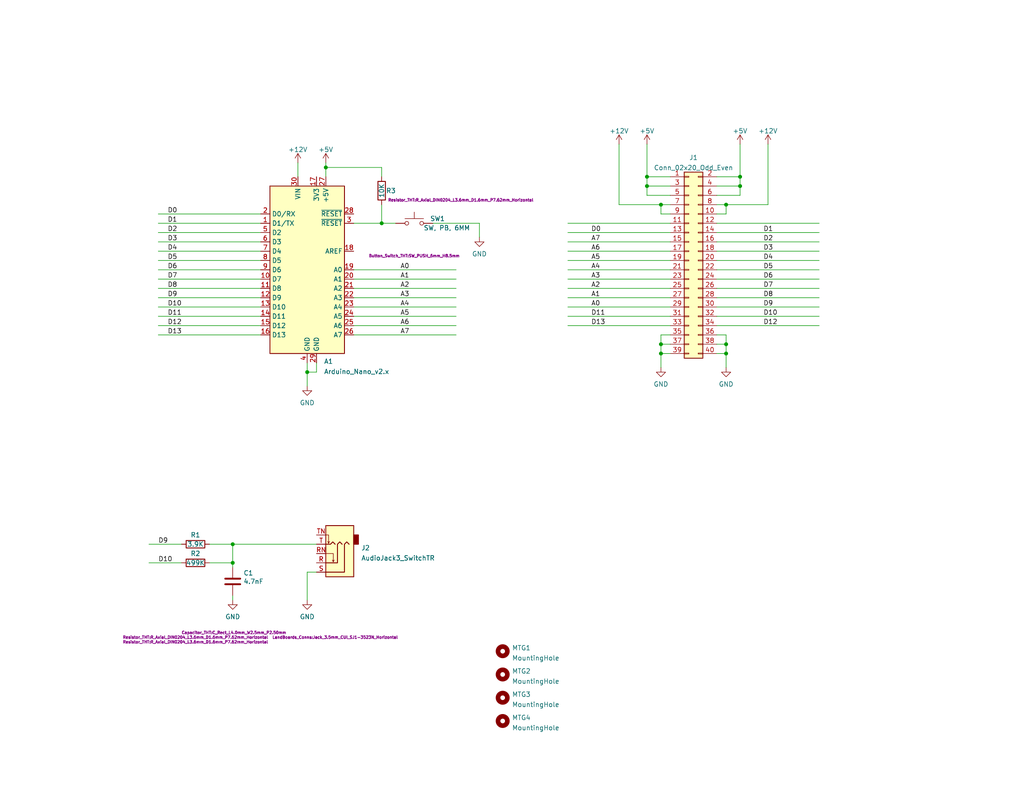
<source format=kicad_sch>
(kicad_sch (version 20211123) (generator eeschema)
  (paper "A")
  (title_block (date "2022-10-03") (rev "1"))
  (lib_symbols
    (symbol "Connector:AudioJack3_SwitchTR"
      (property "Reference" "J" (at 0 8.89 0))
      (property "Value" "AudioJack3_SwitchTR" (at 0 6.35 0))
      (symbol "AudioJack3_SwitchTR_0_1"
        (rectangle (start -5.08 -5.08) (end -6.35 -7.62) (stroke (width 0.254)) (fill (type outline)))
        (polyline (pts (xy 0.508 -0.254) (xy 0.762 -0.762)))
        (polyline (pts (xy 1.778 -5.334) (xy 2.032 -5.842)))
        (polyline (pts (xy 0 -5.08) (xy 0.635 -5.715) (xy 1.27 -5.08) (xy 2.54 -5.08)) (stroke (width 0.254)))
        (polyline (pts (xy 2.54 -7.62) (xy 1.778 -7.62) (xy 1.778 -5.334) (xy 1.524 -5.842)))
        (polyline (pts (xy 2.54 -2.54) (xy 0.508 -2.54) (xy 0.508 -0.254) (xy 0.254 -0.762)))
        (polyline (pts (xy -1.905 -5.08) (xy -1.27 -5.715) (xy -0.635 -5.08) (xy -0.635 0) (xy 2.54 0)) (stroke (width 0.254)))
        (polyline (pts (xy 2.54 2.54) (xy -2.54 2.54) (xy -2.54 -5.08) (xy -3.175 -5.715) (xy -3.81 -5.08)) (stroke (width 0.254)))
        (rectangle (start 2.54 3.81) (end -5.08 -10.16) (stroke (width 0.254)) (fill (type background)))
      )
      (symbol "AudioJack3_SwitchTR_1_1"
        (pin passive line (at 5.08 0 180) (length 2.54) (name "~") (number "R"))
        (pin passive line (at 5.08 -2.54 180) (length 2.54) (name "~") (number "RN"))
        (pin passive line (at 5.08 2.54 180) (length 2.54) (name "~") (number "S"))
        (pin passive line (at 5.08 -5.08 180) (length 2.54) (name "~") (number "T"))
        (pin passive line (at 5.08 -7.62 180) (length 2.54) (name "~") (number "TN"))
      )
    )
    (symbol "Connector_Generic:Conn_02x20_Odd_Even" (pin_names (offset 1.016) hide)
      (property "Reference" "J" (at 1.27 25.4 0))
      (property "Value" "Conn_02x20_Odd_Even" (at 1.27 -27.94 0))
      (symbol "Conn_02x20_Odd_Even_1_1"
        (rectangle (start -1.27 -25.273) (end 0 -25.527) (stroke (width 0.1524)))
        (rectangle (start -1.27 -22.733) (end 0 -22.987) (stroke (width 0.1524)))
        (rectangle (start -1.27 -20.193) (end 0 -20.447) (stroke (width 0.1524)))
        (rectangle (start -1.27 -17.653) (end 0 -17.907) (stroke (width 0.1524)))
        (rectangle (start -1.27 -15.113) (end 0 -15.367) (stroke (width 0.1524)))
        (rectangle (start -1.27 -12.573) (end 0 -12.827) (stroke (width 0.1524)))
        (rectangle (start -1.27 -10.033) (end 0 -10.287) (stroke (width 0.1524)))
        (rectangle (start -1.27 -7.493) (end 0 -7.747) (stroke (width 0.1524)))
        (rectangle (start -1.27 -4.953) (end 0 -5.207) (stroke (width 0.1524)))
        (rectangle (start -1.27 -2.413) (end 0 -2.667) (stroke (width 0.1524)))
        (rectangle (start -1.27 0.127) (end 0 -0.127) (stroke (width 0.1524)))
        (rectangle (start -1.27 2.667) (end 0 2.413) (stroke (width 0.1524)))
        (rectangle (start -1.27 5.207) (end 0 4.953) (stroke (width 0.1524)))
        (rectangle (start -1.27 7.747) (end 0 7.493) (stroke (width 0.1524)))
        (rectangle (start -1.27 10.287) (end 0 10.033) (stroke (width 0.1524)))
        (rectangle (start -1.27 12.827) (end 0 12.573) (stroke (width 0.1524)))
        (rectangle (start -1.27 15.367) (end 0 15.113) (stroke (width 0.1524)))
        (rectangle (start -1.27 17.907) (end 0 17.653) (stroke (width 0.1524)))
        (rectangle (start -1.27 20.447) (end 0 20.193) (stroke (width 0.1524)))
        (rectangle (start -1.27 22.987) (end 0 22.733) (stroke (width 0.1524)))
        (rectangle (start -1.27 24.13) (end 3.81 -26.67) (stroke (width 0.254)) (fill (type background)))
        (rectangle (start 3.81 -25.273) (end 2.54 -25.527) (stroke (width 0.1524)))
        (rectangle (start 3.81 -22.733) (end 2.54 -22.987) (stroke (width 0.1524)))
        (rectangle (start 3.81 -20.193) (end 2.54 -20.447) (stroke (width 0.1524)))
        (rectangle (start 3.81 -17.653) (end 2.54 -17.907) (stroke (width 0.1524)))
        (rectangle (start 3.81 -15.113) (end 2.54 -15.367) (stroke (width 0.1524)))
        (rectangle (start 3.81 -12.573) (end 2.54 -12.827) (stroke (width 0.1524)))
        (rectangle (start 3.81 -10.033) (end 2.54 -10.287) (stroke (width 0.1524)))
        (rectangle (start 3.81 -7.493) (end 2.54 -7.747) (stroke (width 0.1524)))
        (rectangle (start 3.81 -4.953) (end 2.54 -5.207) (stroke (width 0.1524)))
        (rectangle (start 3.81 -2.413) (end 2.54 -2.667) (stroke (width 0.1524)))
        (rectangle (start 3.81 0.127) (end 2.54 -0.127) (stroke (width 0.1524)))
        (rectangle (start 3.81 2.667) (end 2.54 2.413) (stroke (width 0.1524)))
        (rectangle (start 3.81 5.207) (end 2.54 4.953) (stroke (width 0.1524)))
        (rectangle (start 3.81 7.747) (end 2.54 7.493) (stroke (width 0.1524)))
        (rectangle (start 3.81 10.287) (end 2.54 10.033) (stroke (width 0.1524)))
        (rectangle (start 3.81 12.827) (end 2.54 12.573) (stroke (width 0.1524)))
        (rectangle (start 3.81 15.367) (end 2.54 15.113) (stroke (width 0.1524)))
        (rectangle (start 3.81 17.907) (end 2.54 17.653) (stroke (width 0.1524)))
        (rectangle (start 3.81 20.447) (end 2.54 20.193) (stroke (width 0.1524)))
        (rectangle (start 3.81 22.987) (end 2.54 22.733) (stroke (width 0.1524)))
        (pin passive line (at -5.08 22.86 0) (length 3.81) (name "Pin_1") (number "1"))
        (pin passive line (at 7.62 12.7 180) (length 3.81) (name "Pin_10") (number "10"))
        (pin passive line (at -5.08 10.16 0) (length 3.81) (name "Pin_11") (number "11"))
        (pin passive line (at 7.62 10.16 180) (length 3.81) (name "Pin_12") (number "12"))
        (pin passive line (at -5.08 7.62 0) (length 3.81) (name "Pin_13") (number "13"))
        (pin passive line (at 7.62 7.62 180) (length 3.81) (name "Pin_14") (number "14"))
        (pin passive line (at -5.08 5.08 0) (length 3.81) (name "Pin_15") (number "15"))
        (pin passive line (at 7.62 5.08 180) (length 3.81) (name "Pin_16") (number "16"))
        (pin passive line (at -5.08 2.54 0) (length 3.81) (name "Pin_17") (number "17"))
        (pin passive line (at 7.62 2.54 180) (length 3.81) (name "Pin_18") (number "18"))
        (pin passive line (at -5.08 0 0) (length 3.81) (name "Pin_19") (number "19"))
        (pin passive line (at 7.62 22.86 180) (length 3.81) (name "Pin_2") (number "2"))
        (pin passive line (at 7.62 0 180) (length 3.81) (name "Pin_20") (number "20"))
        (pin passive line (at -5.08 -2.54 0) (length 3.81) (name "Pin_21") (number "21"))
        (pin passive line (at 7.62 -2.54 180) (length 3.81) (name "Pin_22") (number "22"))
        (pin passive line (at -5.08 -5.08 0) (length 3.81) (name "Pin_23") (number "23"))
        (pin passive line (at 7.62 -5.08 180) (length 3.81) (name "Pin_24") (number "24"))
        (pin passive line (at -5.08 -7.62 0) (length 3.81) (name "Pin_25") (number "25"))
        (pin passive line (at 7.62 -7.62 180) (length 3.81) (name "Pin_26") (number "26"))
        (pin passive line (at -5.08 -10.16 0) (length 3.81) (name "Pin_27") (number "27"))
        (pin passive line (at 7.62 -10.16 180) (length 3.81) (name "Pin_28") (number "28"))
        (pin passive line (at -5.08 -12.7 0) (length 3.81) (name "Pin_29") (number "29"))
        (pin passive line (at -5.08 20.32 0) (length 3.81) (name "Pin_3") (number "3"))
        (pin passive line (at 7.62 -12.7 180) (length 3.81) (name "Pin_30") (number "30"))
        (pin passive line (at -5.08 -15.24 0) (length 3.81) (name "Pin_31") (number "31"))
        (pin passive line (at 7.62 -15.24 180) (length 3.81) (name "Pin_32") (number "32"))
        (pin passive line (at -5.08 -17.78 0) (length 3.81) (name "Pin_33") (number "33"))
        (pin passive line (at 7.62 -17.78 180) (length 3.81) (name "Pin_34") (number "34"))
        (pin passive line (at -5.08 -20.32 0) (length 3.81) (name "Pin_35") (number "35"))
        (pin passive line (at 7.62 -20.32 180) (length 3.81) (name "Pin_36") (number "36"))
        (pin passive line (at -5.08 -22.86 0) (length 3.81) (name "Pin_37") (number "37"))
        (pin passive line (at 7.62 -22.86 180) (length 3.81) (name "Pin_38") (number "38"))
        (pin passive line (at -5.08 -25.4 0) (length 3.81) (name "Pin_39") (number "39"))
        (pin passive line (at 7.62 20.32 180) (length 3.81) (name "Pin_4") (number "4"))
        (pin passive line (at 7.62 -25.4 180) (length 3.81) (name "Pin_40") (number "40"))
        (pin passive line (at -5.08 17.78 0) (length 3.81) (name "Pin_5") (number "5"))
        (pin passive line (at 7.62 17.78 180) (length 3.81) (name "Pin_6") (number "6"))
        (pin passive line (at -5.08 15.24 0) (length 3.81) (name "Pin_7") (number "7"))
        (pin passive line (at 7.62 15.24 180) (length 3.81) (name "Pin_8") (number "8"))
        (pin passive line (at -5.08 12.7 0) (length 3.81) (name "Pin_9") (number "9"))
      )
    )
    (symbol "Device:C" (pin_numbers hide) (pin_names (offset 0.254))
      (property "Reference" "C" (at 0.635 2.54 0))
      (property "Value" "C" (at 0.635 -2.54 0))
      (symbol "C_0_1"
        (polyline (pts (xy -2.032 -0.762) (xy 2.032 -0.762)) (stroke (width 0.508)))
        (polyline (pts (xy -2.032 0.762) (xy 2.032 0.762)) (stroke (width 0.508)))
      )
      (symbol "C_1_1"
        (pin passive line (at 0 3.81 270) (length 2.794) (name "~") (number "1"))
        (pin passive line (at 0 -3.81 90) (length 2.794) (name "~") (number "2"))
      )
    )
    (symbol "Device:R" (pin_numbers hide) (pin_names (offset 0))
      (property "Reference" "R" (at 2.032 0 90))
      (property "Value" "R" (at 0 0 90))
      (symbol "R_0_1"
        (rectangle (start -1.016 -2.54) (end 1.016 2.54) (stroke (width 0.254)))
      )
      (symbol "R_1_1"
        (pin passive line (at 0 3.81 270) (length 1.27) (name "~") (number "1"))
        (pin passive line (at 0 -3.81 90) (length 1.27) (name "~") (number "2"))
      )
    )
    (symbol "MCU_Module:Arduino_Nano_v2.x"
      (property "Reference" "A" (at -10.16 23.495 0))
      (property "Value" "Arduino_Nano_v2.x" (at 5.08 -24.13 0))
      (symbol "Arduino_Nano_v2.x_0_1"
        (rectangle (start -10.16 22.86) (end 10.16 -22.86) (stroke (width 0.254)) (fill (type background)))
      )
      (symbol "Arduino_Nano_v2.x_1_1"
        (pin bidirectional line (at -12.7 12.7 0) (length 2.54) (name "D1/TX") (number "1"))
        (pin bidirectional line (at -12.7 -2.54 0) (length 2.54) (name "D7") (number "10"))
        (pin bidirectional line (at -12.7 -5.08 0) (length 2.54) (name "D8") (number "11"))
        (pin bidirectional line (at -12.7 -7.62 0) (length 2.54) (name "D9") (number "12"))
        (pin bidirectional line (at -12.7 -10.16 0) (length 2.54) (name "D10") (number "13"))
        (pin bidirectional line (at -12.7 -12.7 0) (length 2.54) (name "D11") (number "14"))
        (pin bidirectional line (at -12.7 -15.24 0) (length 2.54) (name "D12") (number "15"))
        (pin bidirectional line (at -12.7 -17.78 0) (length 2.54) (name "D13") (number "16"))
        (pin power_out line (at 2.54 25.4 270) (length 2.54) (name "3V3") (number "17"))
        (pin input line (at 12.7 5.08 180) (length 2.54) (name "AREF") (number "18"))
        (pin bidirectional line (at 12.7 0 180) (length 2.54) (name "A0") (number "19"))
        (pin bidirectional line (at -12.7 15.24 0) (length 2.54) (name "D0/RX") (number "2"))
        (pin bidirectional line (at 12.7 -2.54 180) (length 2.54) (name "A1") (number "20"))
        (pin bidirectional line (at 12.7 -5.08 180) (length 2.54) (name "A2") (number "21"))
        (pin bidirectional line (at 12.7 -7.62 180) (length 2.54) (name "A3") (number "22"))
        (pin bidirectional line (at 12.7 -10.16 180) (length 2.54) (name "A4") (number "23"))
        (pin bidirectional line (at 12.7 -12.7 180) (length 2.54) (name "A5") (number "24"))
        (pin bidirectional line (at 12.7 -15.24 180) (length 2.54) (name "A6") (number "25"))
        (pin bidirectional line (at 12.7 -17.78 180) (length 2.54) (name "A7") (number "26"))
        (pin power_out line (at 5.08 25.4 270) (length 2.54) (name "+5V") (number "27"))
        (pin input line (at 12.7 15.24 180) (length 2.54) (name "~{RESET}") (number "28"))
        (pin power_in line (at 2.54 -25.4 90) (length 2.54) (name "GND") (number "29"))
        (pin input line (at 12.7 12.7 180) (length 2.54) (name "~{RESET}") (number "3"))
        (pin power_in line (at -2.54 25.4 270) (length 2.54) (name "VIN") (number "30"))
        (pin power_in line (at 0 -25.4 90) (length 2.54) (name "GND") (number "4"))
        (pin bidirectional line (at -12.7 10.16 0) (length 2.54) (name "D2") (number "5"))
        (pin bidirectional line (at -12.7 7.62 0) (length 2.54) (name "D3") (number "6"))
        (pin bidirectional line (at -12.7 5.08 0) (length 2.54) (name "D4") (number "7"))
        (pin bidirectional line (at -12.7 2.54 0) (length 2.54) (name "D5") (number "8"))
        (pin bidirectional line (at -12.7 0 0) (length 2.54) (name "D6") (number "9"))
      )
    )
    (symbol "Mechanical:MountingHole" (pin_names (offset 1.016))
      (property "Reference" "H" (at 0 5.08 0))
      (property "Value" "MountingHole" (at 0 3.175 0))
      (symbol "MountingHole_0_1"
        (circle (center 0 0) (radius 1.27) (stroke (width 1.27)))
      )
    )
    (symbol "Switch:SW_Push" (pin_numbers hide) (pin_names (offset 1.016) hide)
      (property "Reference" "SW" (at 1.27 2.54 0))
      (property "Value" "SW_Push" (at 0 -1.524 0))
      (symbol "SW_Push_0_1"
        (circle (center -2.032 0) (radius 0.508))
        (polyline (pts (xy 0 1.27) (xy 0 3.048)))
        (polyline (pts (xy 2.54 1.27) (xy -2.54 1.27)))
        (circle (center 2.032 0) (radius 0.508))
        (pin passive line (at -5.08 0 0) (length 2.54) (name "1") (number "1"))
        (pin passive line (at 5.08 0 180) (length 2.54) (name "2") (number "2"))
      )
    )
    (symbol "power:+12V" (power) (pin_names (offset 0))
      (property "Value" "+12V" (at 0 3.556 0))
      (symbol "+12V_0_1"
        (polyline (pts (xy -0.762 1.27) (xy 0 2.54)))
        (polyline (pts (xy 0 0) (xy 0 2.54)))
        (polyline (pts (xy 0 2.54) (xy 0.762 1.27)))
      )
      (symbol "+12V_1_1"
        (pin power_in line (at 0 0 90) (length 0) hide (name "+12V") (number "1"))
      )
    )
    (symbol "power:+5V" (power) (pin_names (offset 0))
      (property "Value" "+5V" (at 0 3.556 0))
      (symbol "+5V_0_1"
        (polyline (pts (xy -0.762 1.27) (xy 0 2.54)))
        (polyline (pts (xy 0 0) (xy 0 2.54)))
        (polyline (pts (xy 0 2.54) (xy 0.762 1.27)))
      )
      (symbol "+5V_1_1"
        (pin power_in line (at 0 0 90) (length 0) hide (name "+5V") (number "1"))
      )
    )
    (symbol "power:GND" (power) (pin_names (offset 0))
      (property "Value" "GND" (at 0 -3.81 0))
      (symbol "GND_0_1"
        (polyline (pts (xy 0 0) (xy 0 -1.27) (xy 1.27 -1.27) (xy 0 -2.54) (xy -1.27 -1.27) (xy 0 -1.27)))
      )
      (symbol "GND_1_1"
        (pin power_in line (at 0 0 270) (length 0) hide (name "GND") (number "1"))
      )
    )
  )
  (junction (at 198.12 93.98))
  (junction (at 198.12 55.88))
  (junction (at 83.82 101.6))
  (junction (at 198.12 96.52))
  (junction (at 63.5 148.59))
  (junction (at 201.93 48.26))
  (junction (at 201.93 50.8))
  (junction (at 180.34 93.98))
  (junction (at 180.34 55.88))
  (junction (at 176.53 48.26))
  (junction (at 88.9 45.72))
  (junction (at 63.5 153.67))
  (junction (at 180.34 96.52))
  (junction (at 176.53 50.8))
  (junction (at 104.14 60.96))
  (wire (pts (xy 118.11 60.96) (xy 130.81 60.96)))
  (wire (pts (xy 83.82 101.6) (xy 86.36 101.6)))
  (wire (pts (xy 86.36 99.06) (xy 86.36 101.6)))
  (wire (pts (xy 88.9 45.72) (xy 88.9 48.26)))
  (wire (pts (xy 43.18 81.28) (xy 71.12 81.28)))
  (wire (pts (xy 96.52 83.82) (xy 124.46 83.82)))
  (wire (pts (xy 176.53 39.37) (xy 176.53 48.26)))
  (wire (pts (xy 195.58 83.82) (xy 223.52 83.82)))
  (wire (pts (xy 180.34 96.52) (xy 182.88 96.52)))
  (wire (pts (xy 182.88 55.88) (xy 180.34 55.88)))
  (wire (pts (xy 104.14 60.96) (xy 107.95 60.96)))
  (wire (pts (xy 104.14 45.72) (xy 104.14 48.26)))
  (wire (pts (xy 176.53 48.26) (xy 182.88 48.26)))
  (wire (pts (xy 40.64 153.67) (xy 49.53 153.67)))
  (wire (pts (xy 63.5 153.67) (xy 57.15 153.67)))
  (wire (pts (xy 195.58 55.88) (xy 198.12 55.88)))
  (wire (pts (xy 154.94 86.36) (xy 182.88 86.36)))
  (wire (pts (xy 168.91 39.37) (xy 168.91 55.88)))
  (wire (pts (xy 154.94 66.04) (xy 182.88 66.04)))
  (wire (pts (xy 83.82 101.6) (xy 83.82 105.41)))
  (wire (pts (xy 40.64 148.59) (xy 49.53 148.59)))
  (wire (pts (xy 86.36 156.21) (xy 83.82 156.21)))
  (wire (pts (xy 180.34 93.98) (xy 180.34 91.44)))
  (wire (pts (xy 96.52 60.96) (xy 104.14 60.96)))
  (wire (pts (xy 195.58 81.28) (xy 223.52 81.28)))
  (wire (pts (xy 154.94 76.2) (xy 182.88 76.2)))
  (wire (pts (xy 154.94 60.96) (xy 182.88 60.96)))
  (wire (pts (xy 96.52 78.74) (xy 124.46 78.74)))
  (wire (pts (xy 104.14 60.96) (xy 104.14 55.88)))
  (wire (pts (xy 43.18 88.9) (xy 71.12 88.9)))
  (wire (pts (xy 154.94 81.28) (xy 182.88 81.28)))
  (wire (pts (xy 154.94 71.12) (xy 182.88 71.12)))
  (wire (pts (xy 63.5 154.94) (xy 63.5 153.67)))
  (wire (pts (xy 201.93 50.8) (xy 201.93 53.34)))
  (wire (pts (xy 195.58 88.9) (xy 223.52 88.9)))
  (wire (pts (xy 195.58 86.36) (xy 223.52 86.36)))
  (wire (pts (xy 195.58 60.96) (xy 223.52 60.96)))
  (wire (pts (xy 180.34 91.44) (xy 182.88 91.44)))
  (wire (pts (xy 88.9 45.72) (xy 104.14 45.72)))
  (wire (pts (xy 198.12 100.33) (xy 198.12 96.52)))
  (wire (pts (xy 96.52 73.66) (xy 124.46 73.66)))
  (wire (pts (xy 83.82 156.21) (xy 83.82 163.83)))
  (wire (pts (xy 195.58 50.8) (xy 201.93 50.8)))
  (wire (pts (xy 198.12 96.52) (xy 195.58 96.52)))
  (wire (pts (xy 201.93 39.37) (xy 201.93 48.26)))
  (wire (pts (xy 198.12 55.88) (xy 209.55 55.88)))
  (wire (pts (xy 182.88 50.8) (xy 176.53 50.8)))
  (wire (pts (xy 201.93 48.26) (xy 201.93 50.8)))
  (wire (pts (xy 180.34 96.52) (xy 180.34 93.98)))
  (wire (pts (xy 195.58 66.04) (xy 223.52 66.04)))
  (wire (pts (xy 43.18 73.66) (xy 71.12 73.66)))
  (wire (pts (xy 195.58 76.2) (xy 223.52 76.2)))
  (wire (pts (xy 182.88 53.34) (xy 176.53 53.34)))
  (wire (pts (xy 209.55 39.37) (xy 209.55 55.88)))
  (wire (pts (xy 198.12 58.42) (xy 198.12 55.88)))
  (wire (pts (xy 195.58 53.34) (xy 201.93 53.34)))
  (wire (pts (xy 198.12 91.44) (xy 195.58 91.44)))
  (wire (pts (xy 96.52 91.44) (xy 124.46 91.44)))
  (wire (pts (xy 154.94 68.58) (xy 182.88 68.58)))
  (wire (pts (xy 180.34 55.88) (xy 168.91 55.88)))
  (wire (pts (xy 43.18 58.42) (xy 71.12 58.42)))
  (wire (pts (xy 154.94 78.74) (xy 182.88 78.74)))
  (wire (pts (xy 43.18 86.36) (xy 71.12 86.36)))
  (wire (pts (xy 195.58 71.12) (xy 223.52 71.12)))
  (wire (pts (xy 195.58 48.26) (xy 201.93 48.26)))
  (wire (pts (xy 154.94 83.82) (xy 182.88 83.82)))
  (wire (pts (xy 180.34 55.88) (xy 180.34 58.42)))
  (wire (pts (xy 96.52 81.28) (xy 124.46 81.28)))
  (wire (pts (xy 195.58 63.5) (xy 223.52 63.5)))
  (wire (pts (xy 198.12 93.98) (xy 198.12 91.44)))
  (wire (pts (xy 96.52 88.9) (xy 124.46 88.9)))
  (wire (pts (xy 88.9 44.45) (xy 88.9 45.72)))
  (wire (pts (xy 43.18 91.44) (xy 71.12 91.44)))
  (wire (pts (xy 43.18 68.58) (xy 71.12 68.58)))
  (wire (pts (xy 180.34 96.52) (xy 180.34 100.33)))
  (wire (pts (xy 195.58 68.58) (xy 223.52 68.58)))
  (wire (pts (xy 43.18 78.74) (xy 71.12 78.74)))
  (wire (pts (xy 180.34 93.98) (xy 182.88 93.98)))
  (wire (pts (xy 130.81 60.96) (xy 130.81 64.77)))
  (wire (pts (xy 43.18 66.04) (xy 71.12 66.04)))
  (wire (pts (xy 63.5 148.59) (xy 63.5 153.67)))
  (wire (pts (xy 43.18 60.96) (xy 71.12 60.96)))
  (wire (pts (xy 195.58 73.66) (xy 223.52 73.66)))
  (wire (pts (xy 96.52 86.36) (xy 124.46 86.36)))
  (wire (pts (xy 43.18 63.5) (xy 71.12 63.5)))
  (wire (pts (xy 195.58 93.98) (xy 198.12 93.98)))
  (wire (pts (xy 81.28 44.45) (xy 81.28 48.26)))
  (wire (pts (xy 154.94 63.5) (xy 182.88 63.5)))
  (wire (pts (xy 154.94 88.9) (xy 182.88 88.9)))
  (wire (pts (xy 43.18 71.12) (xy 71.12 71.12)))
  (wire (pts (xy 83.82 99.06) (xy 83.82 101.6)))
  (wire (pts (xy 43.18 83.82) (xy 71.12 83.82)))
  (wire (pts (xy 63.5 162.56) (xy 63.5 163.83)))
  (wire (pts (xy 43.18 76.2) (xy 71.12 76.2)))
  (wire (pts (xy 63.5 148.59) (xy 86.36 148.59)))
  (wire (pts (xy 176.53 48.26) (xy 176.53 50.8)))
  (wire (pts (xy 182.88 58.42) (xy 180.34 58.42)))
  (wire (pts (xy 195.58 58.42) (xy 198.12 58.42)))
  (wire (pts (xy 198.12 96.52) (xy 198.12 93.98)))
  (wire (pts (xy 96.52 76.2) (xy 124.46 76.2)))
  (wire (pts (xy 154.94 73.66) (xy 182.88 73.66)))
  (wire (pts (xy 195.58 78.74) (xy 223.52 78.74)))
  (wire (pts (xy 57.15 148.59) (xy 63.5 148.59)))
  (wire (pts (xy 176.53 53.34) (xy 176.53 50.8)))
  (label "D3" (at 208.28 68.58 0))
  (label "D12" (at 208.28 88.9 0))
  (label "D0" (at 161.29 63.5 0))
  (label "A6" (at 109.22 88.9 0))
  (label "D0" (at 45.72 58.42 0))
  (label "A1" (at 109.22 76.2 0))
  (label "D7" (at 45.72 76.2 0))
  (label "D2" (at 208.28 66.04 0))
  (label "A5" (at 161.29 71.12 0))
  (label "D13" (at 161.29 88.9 0))
  (label "D8" (at 208.28 81.28 0))
  (label "D5" (at 208.28 73.66 0))
  (label "D7" (at 208.28 78.74 0))
  (label "A2" (at 109.22 78.74 0))
  (label "D10" (at 45.72 83.82 0))
  (label "A7" (at 109.22 91.44 0))
  (label "A3" (at 109.22 81.28 0))
  (label "A4" (at 161.29 73.66 0))
  (label "D11" (at 45.72 86.36 0))
  (label "D8" (at 45.72 78.74 0))
  (label "A2" (at 161.29 78.74 0))
  (label "D4" (at 208.28 71.12 0))
  (label "D2" (at 45.72 63.5 0))
  (label "D10" (at 208.28 86.36 0))
  (label "D9" (at 45.72 81.28 0))
  (label "D5" (at 45.72 71.12 0))
  (label "D1" (at 208.28 63.5 0))
  (label "A0" (at 109.22 73.66 0))
  (label "A4" (at 109.22 83.82 0))
  (label "D4" (at 45.72 68.58 0))
  (label "D10" (at 43.18 153.67 0))
  (label "D6" (at 45.72 73.66 0))
  (label "A1" (at 161.29 81.28 0))
  (label "A0" (at 161.29 83.82 0))
  (label "D9" (at 208.28 83.82 0))
  (label "D13" (at 45.72 91.44 0))
  (label "D6" (at 208.28 76.2 0))
  (label "A6" (at 161.29 68.58 0))
  (label "A5" (at 109.22 86.36 0))
  (label "D12" (at 45.72 88.9 0))
  (label "D1" (at 45.72 60.96 0))
  (label "A3" (at 161.29 76.2 0))
  (label "A7" (at 161.29 66.04 0))
  (label "D9" (at 43.18 148.59 0))
  (label "D3" (at 45.72 66.04 0))
  (label "D11" (at 161.29 86.36 0))
  (symbol (lib_id "power:GND") (at 198.12 100.33 0) (unit 1)
    (property "Reference" "#PWR0102" (effects hide))
    (property "Value" "GND" (at 198.12 104.8925 0))
  )
  (symbol (lib_id "power:GND") (at 83.82 163.83 0) (unit 1)
    (property "Reference" "#PWR0107" (effects hide))
    (property "Value" "GND" (at 83.82 168.3925 0))
  )
  (symbol (lib_id "Device:R") (at 104.14 52.07 0) (unit 1)
    (property "Reference" "R3" (at 106.68 52.07 0))
    (property "Value" "10K" (at 104.14 52.07 90))
    (property "Footprint" "Resistor_THT:R_Axial_DIN0204_L3.6mm_D1.6mm_P7.62mm_Horizontal" (at 125.73 54.61 0) (effects (font (size 0.762 0.762))))
    (property "Datasheet" "https://www.mouser.com/ProductDetail/Xicon/299-33K-RC?qs=33VvRrBYlfL73DHymUL5Hg%3D%3D" (effects hide))
  )
  (symbol (lib_id "power:+5V") (at 201.93 39.37 0) (unit 1)
    (property "Reference" "#PWR0105" (effects hide))
    (property "Value" "+5V" (at 201.93 35.7655 0))
  )
  (symbol (lib_id "Connector_Generic:Conn_02x20_Odd_Even") (at 187.96 71.12 0) (unit 1)
    (property "Reference" "J1" (at 189.23 43.0235 0))
    (property "Value" "Conn_02x20_Odd_Even" (at 189.23 45.7986 0))
    (property "Footprint" "Connector_PinHeader_2.54mm:PinHeader_2x20_P2.54mm_Vertical" (effects hide))
  )
  (symbol (lib_id "power:+5V") (at 176.53 39.37 0) (unit 1)
    (property "Reference" "#PWR0104" (effects hide))
    (property "Value" "+5V" (at 176.53 35.7655 0))
  )
  (symbol (lib_id "power:GND") (at 63.5 163.83 0) (unit 1)
    (property "Reference" "#PWR0108" (effects hide))
    (property "Value" "GND" (at 63.5 168.3925 0))
  )
  (symbol (lib_id "power:GND") (at 130.81 64.77 0) (unit 1)
    (property "Reference" "#PWR0109" (effects hide))
    (property "Value" "GND" (at 130.81 69.3325 0))
  )
  (symbol (lib_id "Mechanical:MountingHole") (at 137.16 190.5 0) (unit 1)
    (property "Reference" "MTG3" (at 139.7 189.5915 0) (effects (justify left)))
    (property "Value" "MountingHole" (at 139.7 192.3666 0) (effects (justify left)))
    (property "Footprint" "LandBoards_MountHoles:MTG-4-40" (effects hide))
  )
  (symbol (lib_id "Device:R") (at 53.34 153.67 270) (unit 1)
    (property "Reference" "R2" (at 53.34 151.13 90))
    (property "Value" "499K" (at 53.34 153.67 90))
    (property "Footprint" "Resistor_THT:R_Axial_DIN0204_L3.6mm_D1.6mm_P7.62mm_Horizontal" (at 53.34 173.99 90) (effects (font (size 0.762 0.762))))
    (property "Datasheet" "https://www.mouser.com/ProductDetail/Xicon/299-33K-RC?qs=33VvRrBYlfL73DHymUL5Hg%3D%3D" (effects hide))
  )
  (symbol (lib_id "Device:R") (at 53.34 148.59 270) (unit 1)
    (property "Reference" "R1" (at 53.34 146.05 90))
    (property "Value" "3.9K" (at 53.34 148.59 90))
    (property "Footprint" "Resistor_THT:R_Axial_DIN0204_L3.6mm_D1.6mm_P7.62mm_Horizontal" (at 53.34 175.26 90) (effects (font (size 0.762 0.762))))
    (property "Datasheet" "https://www.mouser.com/ProductDetail/Xicon/299-33K-RC?qs=33VvRrBYlfL73DHymUL5Hg%3D%3D" (effects hide))
  )
  (symbol (lib_id "power:+12V") (at 209.55 39.37 0) (unit 1)
    (property "Reference" "#PWR0111" (effects hide))
    (property "Value" "+12V" (at 209.55 35.7655 0))
  )
  (symbol (lib_id "power:+5V") (at 88.9 44.45 0) (unit 1)
    (property "Reference" "#PWR0106" (effects hide))
    (property "Value" "+5V" (at 88.9 40.8455 0))
  )
  (symbol (lib_id "Mechanical:MountingHole") (at 137.16 184.15 0) (unit 1)
    (property "Reference" "MTG2" (at 139.7 183.2415 0) (effects (justify left)))
    (property "Value" "MountingHole" (at 139.7 186.0166 0) (effects (justify left)))
    (property "Footprint" "LandBoards_MountHoles:MTG-4-40" (effects hide))
  )
  (symbol (lib_id "Connector:AudioJack3_SwitchTR") (at 91.44 153.67 180) (unit 1)
    (property "Reference" "J2" (at 98.552 149.5865 0) (effects (justify right)))
    (property "Value" "AudioJack3_SwitchTR" (at 98.552 152.3616 0) (effects (justify right)))
    (property "Footprint" "LandBoards_Conns:Jack_3.5mm_CUI_SJ1-3523N_Horizontal" (at 91.44 173.99 0) (effects (font (size 0.762 0.762))))
  )
  (symbol (lib_id "power:GND") (at 83.82 105.41 0) (unit 1)
    (property "Reference" "#PWR0103" (effects hide))
    (property "Value" "GND" (at 83.82 109.9725 0))
  )
  (symbol (lib_id "power:GND") (at 180.34 100.33 0) (unit 1)
    (property "Reference" "#PWR0101" (effects hide))
    (property "Value" "GND" (at 180.34 104.8925 0))
  )
  (symbol (lib_id "MCU_Module:Arduino_Nano_v2.x") (at 83.82 73.66 0) (unit 1)
    (property "Reference" "A1" (at 88.3794 98.6695 0) (effects (justify left)))
    (property "Value" "Arduino_Nano_v2.x" (at 88.3794 101.4446 0) (effects (justify left)))
    (property "Footprint" "Module:Arduino_Nano" (effects hide))
    (property "Datasheet" "https://www.arduino.cc/en/uploads/Main/ArduinoNanoManual23.pdf" (effects hide))
  )
  (symbol (lib_id "Mechanical:MountingHole") (at 137.16 196.85 0) (unit 1)
    (property "Reference" "MTG4" (at 139.7 195.9415 0) (effects (justify left)))
    (property "Value" "MountingHole" (at 139.7 198.7166 0) (effects (justify left)))
    (property "Footprint" "LandBoards_MountHoles:MTG-4-40" (effects hide))
  )
  (symbol (lib_id "power:+12V") (at 168.91 39.37 0) (unit 1)
    (property "Reference" "#PWR0110" (effects hide))
    (property "Value" "+12V" (at 168.91 35.7655 0))
  )
  (symbol (lib_id "Device:C") (at 63.5 158.75 0) (unit 1)
    (property "Reference" "C1" (at 66.421 156.4386 0) (effects (justify left)))
    (property "Value" "4.7nF" (at 66.421 158.75 0) (effects (justify left)))
    (property "Footprint" "Capacitor_THT:C_Rect_L4.0mm_W2.5mm_P2.50mm" (at 49.53 172.72 0) (effects (font (size 0.762 0.762)) (justify left)))
    (property "Datasheet" "https://www.mouser.com/ProductDetail/594-K103K10X7RF53L2" (effects hide))
  )
  (symbol (lib_id "Mechanical:MountingHole") (at 137.16 177.8 0) (unit 1)
    (property "Reference" "MTG1" (at 139.7 176.8915 0) (effects (justify left)))
    (property "Value" "MountingHole" (at 139.7 179.6666 0) (effects (justify left)))
    (property "Footprint" "LandBoards_MountHoles:MTG-4-40" (effects hide))
  )
  (symbol (lib_id "Switch:SW_Push") (at 113.03 60.96 0) (unit 1)
    (property "Reference" "SW1" (at 119.38 59.69 0))
    (property "Value" "SW, PB, 6MM" (at 121.92 62.23 0))
    (property "Footprint" "Button_Switch_THT:SW_PUSH_6mm_H8.5mm" (at 113.03 69.85 0) (effects (font (size 0.762 0.762))))
  )
  (symbol (lib_id "power:+12V") (at 81.28 44.45 0) (unit 1)
    (property "Reference" "#PWR0112" (effects hide))
    (property "Value" "+12V" (at 81.28 40.8455 0))
  )
)
</source>
